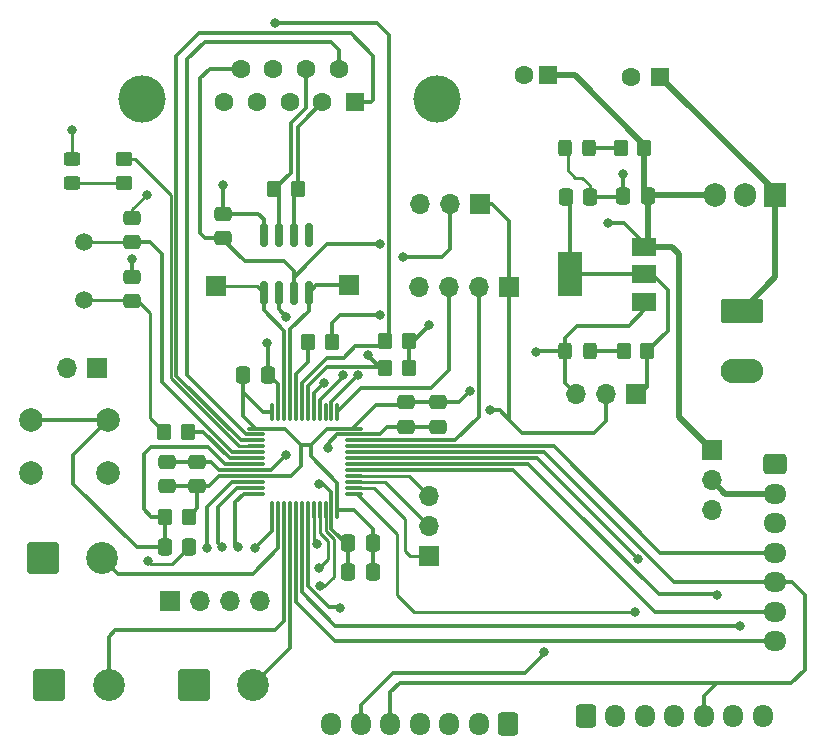
<source format=gbr>
%TF.GenerationSoftware,KiCad,Pcbnew,8.0.5*%
%TF.CreationDate,2024-10-29T23:06:17+07:00*%
%TF.ProjectId,inverter_vcu,696e7665-7274-4657-925f-7663752e6b69,rev?*%
%TF.SameCoordinates,Original*%
%TF.FileFunction,Copper,L1,Top*%
%TF.FilePolarity,Positive*%
%FSLAX46Y46*%
G04 Gerber Fmt 4.6, Leading zero omitted, Abs format (unit mm)*
G04 Created by KiCad (PCBNEW 8.0.5) date 2024-10-29 23:06:17*
%MOMM*%
%LPD*%
G01*
G04 APERTURE LIST*
G04 Aperture macros list*
%AMRoundRect*
0 Rectangle with rounded corners*
0 $1 Rounding radius*
0 $2 $3 $4 $5 $6 $7 $8 $9 X,Y pos of 4 corners*
0 Add a 4 corners polygon primitive as box body*
4,1,4,$2,$3,$4,$5,$6,$7,$8,$9,$2,$3,0*
0 Add four circle primitives for the rounded corners*
1,1,$1+$1,$2,$3*
1,1,$1+$1,$4,$5*
1,1,$1+$1,$6,$7*
1,1,$1+$1,$8,$9*
0 Add four rect primitives between the rounded corners*
20,1,$1+$1,$2,$3,$4,$5,0*
20,1,$1+$1,$4,$5,$6,$7,0*
20,1,$1+$1,$6,$7,$8,$9,0*
20,1,$1+$1,$8,$9,$2,$3,0*%
G04 Aperture macros list end*
%TA.AperFunction,SMDPad,CuDef*%
%ADD10RoundRect,0.250000X-0.350000X-0.450000X0.350000X-0.450000X0.350000X0.450000X-0.350000X0.450000X0*%
%TD*%
%TA.AperFunction,ComponentPad*%
%ADD11RoundRect,0.250000X-0.600000X-0.725000X0.600000X-0.725000X0.600000X0.725000X-0.600000X0.725000X0*%
%TD*%
%TA.AperFunction,ComponentPad*%
%ADD12O,1.700000X1.950000*%
%TD*%
%TA.AperFunction,ComponentPad*%
%ADD13R,1.700000X1.700000*%
%TD*%
%TA.AperFunction,ComponentPad*%
%ADD14O,1.700000X1.700000*%
%TD*%
%TA.AperFunction,SMDPad,CuDef*%
%ADD15RoundRect,0.250000X-0.475000X0.337500X-0.475000X-0.337500X0.475000X-0.337500X0.475000X0.337500X0*%
%TD*%
%TA.AperFunction,SMDPad,CuDef*%
%ADD16RoundRect,0.250000X-0.337500X-0.475000X0.337500X-0.475000X0.337500X0.475000X-0.337500X0.475000X0*%
%TD*%
%TA.AperFunction,ComponentPad*%
%ADD17RoundRect,0.250001X-1.099999X-1.099999X1.099999X-1.099999X1.099999X1.099999X-1.099999X1.099999X0*%
%TD*%
%TA.AperFunction,ComponentPad*%
%ADD18C,2.700000*%
%TD*%
%TA.AperFunction,SMDPad,CuDef*%
%ADD19RoundRect,0.250000X0.475000X-0.337500X0.475000X0.337500X-0.475000X0.337500X-0.475000X-0.337500X0*%
%TD*%
%TA.AperFunction,ComponentPad*%
%ADD20RoundRect,0.249999X-1.550001X0.790001X-1.550001X-0.790001X1.550001X-0.790001X1.550001X0.790001X0*%
%TD*%
%TA.AperFunction,ComponentPad*%
%ADD21O,3.600000X2.080000*%
%TD*%
%TA.AperFunction,SMDPad,CuDef*%
%ADD22RoundRect,0.250000X0.350000X0.450000X-0.350000X0.450000X-0.350000X-0.450000X0.350000X-0.450000X0*%
%TD*%
%TA.AperFunction,SMDPad,CuDef*%
%ADD23RoundRect,0.250000X0.450000X-0.350000X0.450000X0.350000X-0.450000X0.350000X-0.450000X-0.350000X0*%
%TD*%
%TA.AperFunction,SMDPad,CuDef*%
%ADD24RoundRect,0.075000X-0.662500X-0.075000X0.662500X-0.075000X0.662500X0.075000X-0.662500X0.075000X0*%
%TD*%
%TA.AperFunction,SMDPad,CuDef*%
%ADD25RoundRect,0.075000X-0.075000X-0.662500X0.075000X-0.662500X0.075000X0.662500X-0.075000X0.662500X0*%
%TD*%
%TA.AperFunction,SMDPad,CuDef*%
%ADD26RoundRect,0.250000X-0.325000X-0.450000X0.325000X-0.450000X0.325000X0.450000X-0.325000X0.450000X0*%
%TD*%
%TA.AperFunction,ComponentPad*%
%ADD27RoundRect,0.250000X-0.725000X0.600000X-0.725000X-0.600000X0.725000X-0.600000X0.725000X0.600000X0*%
%TD*%
%TA.AperFunction,ComponentPad*%
%ADD28O,1.950000X1.700000*%
%TD*%
%TA.AperFunction,SMDPad,CuDef*%
%ADD29RoundRect,0.150000X0.150000X-0.825000X0.150000X0.825000X-0.150000X0.825000X-0.150000X-0.825000X0*%
%TD*%
%TA.AperFunction,SMDPad,CuDef*%
%ADD30RoundRect,0.250000X-0.450000X0.325000X-0.450000X-0.325000X0.450000X-0.325000X0.450000X0.325000X0*%
%TD*%
%TA.AperFunction,ComponentPad*%
%ADD31C,4.000000*%
%TD*%
%TA.AperFunction,ComponentPad*%
%ADD32R,1.600000X1.600000*%
%TD*%
%TA.AperFunction,ComponentPad*%
%ADD33C,1.600000*%
%TD*%
%TA.AperFunction,SMDPad,CuDef*%
%ADD34RoundRect,0.250000X0.337500X0.475000X-0.337500X0.475000X-0.337500X-0.475000X0.337500X-0.475000X0*%
%TD*%
%TA.AperFunction,ComponentPad*%
%ADD35C,2.000000*%
%TD*%
%TA.AperFunction,ComponentPad*%
%ADD36C,1.500000*%
%TD*%
%TA.AperFunction,SMDPad,CuDef*%
%ADD37R,2.000000X1.500000*%
%TD*%
%TA.AperFunction,SMDPad,CuDef*%
%ADD38R,2.000000X3.800000*%
%TD*%
%TA.AperFunction,ComponentPad*%
%ADD39R,1.905000X2.000000*%
%TD*%
%TA.AperFunction,ComponentPad*%
%ADD40O,1.905000X2.000000*%
%TD*%
%TA.AperFunction,ComponentPad*%
%ADD41RoundRect,0.250000X0.600000X0.725000X-0.600000X0.725000X-0.600000X-0.725000X0.600000X-0.725000X0*%
%TD*%
%TA.AperFunction,ViaPad*%
%ADD42C,0.800000*%
%TD*%
%TA.AperFunction,Conductor*%
%ADD43C,0.300000*%
%TD*%
%TA.AperFunction,Conductor*%
%ADD44C,0.250000*%
%TD*%
%TA.AperFunction,Conductor*%
%ADD45C,0.500000*%
%TD*%
G04 APERTURE END LIST*
D10*
%TO.P,R3,1*%
%TO.N,/I2C_SDA*%
X147700000Y-92500000D03*
%TO.P,R3,2*%
%TO.N,+3.3V*%
X149700000Y-92500000D03*
%TD*%
D11*
%TO.P,J16,1,Pin_1*%
%TO.N,GND*%
X164675000Y-124300000D03*
D12*
%TO.P,J16,2,Pin_2*%
%TO.N,unconnected-(J16-Pad2)*%
X167175000Y-124300000D03*
%TO.P,J16,3,Pin_3*%
%TO.N,/fault1*%
X169675000Y-124300000D03*
%TO.P,J16,4,Pin_4*%
%TO.N,/rdy1*%
X172175000Y-124300000D03*
%TO.P,J16,5,Pin_5*%
%TO.N,/a11*%
X174675000Y-124300000D03*
%TO.P,J16,6,Pin_6*%
%TO.N,/a9*%
X177175000Y-124300000D03*
%TO.P,J16,7,Pin_7*%
%TO.N,/b0*%
X179675000Y-124300000D03*
%TD*%
D13*
%TO.P,J1,1,Pin_1*%
%TO.N,+3.3V*%
X155725000Y-80900000D03*
D14*
%TO.P,J1,2,Pin_2*%
%TO.N,Net-(J1-Pad2)*%
X153185000Y-80900000D03*
%TO.P,J1,3,Pin_3*%
%TO.N,GND*%
X150645000Y-80900000D03*
%TD*%
D15*
%TO.P,C8,1*%
%TO.N,+3.3V*%
X152200000Y-97737500D03*
%TO.P,C8,2*%
%TO.N,GND*%
X152200000Y-99812500D03*
%TD*%
D16*
%TO.P,C1,1*%
%TO.N,+3.3V*%
X135662500Y-95400000D03*
%TO.P,C1,2*%
%TO.N,GND*%
X137737500Y-95400000D03*
%TD*%
D13*
%TO.P,J8,1,Pin_1*%
%TO.N,+3.3V*%
X158200000Y-88000000D03*
D14*
%TO.P,J8,2,Pin_2*%
%TO.N,/SWDIO*%
X155660000Y-88000000D03*
%TO.P,J8,3,Pin_3*%
%TO.N,/SWCLK*%
X153120000Y-88000000D03*
%TO.P,J8,4,Pin_4*%
%TO.N,GND*%
X150580000Y-88000000D03*
%TD*%
D17*
%TO.P,J5,1,Pin_1*%
%TO.N,GND*%
X131522500Y-121625000D03*
D18*
%TO.P,J5,2,Pin_2*%
%TO.N,/adc3*%
X136522500Y-121625000D03*
%TD*%
D19*
%TO.P,C3,1*%
%TO.N,+3.3V*%
X131800000Y-104837500D03*
%TO.P,C3,2*%
%TO.N,GND*%
X131800000Y-102762500D03*
%TD*%
D15*
%TO.P,C4,1*%
%TO.N,+3.3V*%
X149500000Y-97737500D03*
%TO.P,C4,2*%
%TO.N,GND*%
X149500000Y-99812500D03*
%TD*%
D20*
%TO.P,J13,1,Pin_1*%
%TO.N,+BATT*%
X177877500Y-89960000D03*
D21*
%TO.P,J13,2,Pin_2*%
%TO.N,GND*%
X177877500Y-95040000D03*
%TD*%
D22*
%TO.P,R15,1*%
%TO.N,/OSC_OUT*%
X131000000Y-100200000D03*
%TO.P,R15,2*%
%TO.N,Net-(C9-Pad1)*%
X129000000Y-100200000D03*
%TD*%
%TO.P,R10,1*%
%TO.N,Net-(J1-Pad2)*%
X143200000Y-92600000D03*
%TO.P,R10,2*%
%TO.N,/BOOT0*%
X141200000Y-92600000D03*
%TD*%
D13*
%TO.P,J6,1,Pin_1*%
%TO.N,/CAN_Tx*%
X133400000Y-87900000D03*
%TD*%
D23*
%TO.P,R4,1*%
%TO.N,Net-(D1-Pad2)*%
X125550000Y-79150000D03*
%TO.P,R4,2*%
%TO.N,Net-(R4-Pad2)*%
X125550000Y-77150000D03*
%TD*%
D19*
%TO.P,C7,1*%
%TO.N,+3.3V*%
X129200000Y-104837500D03*
%TO.P,C7,2*%
%TO.N,GND*%
X129200000Y-102762500D03*
%TD*%
D24*
%TO.P,U1,1,VBAT*%
%TO.N,+3.3V*%
X136737500Y-99950000D03*
%TO.P,U1,2,PC13*%
%TO.N,/VCU_HBT*%
X136737500Y-100450000D03*
%TO.P,U1,3,PC14*%
%TO.N,/MVCU_HBT*%
X136737500Y-100950000D03*
%TO.P,U1,4,PC15*%
%TO.N,Net-(R4-Pad2)*%
X136737500Y-101450000D03*
%TO.P,U1,5,PD0*%
%TO.N,/OSC_IN*%
X136737500Y-101950000D03*
%TO.P,U1,6,PD1*%
%TO.N,/OSC_OUT*%
X136737500Y-102450000D03*
%TO.P,U1,7,NRST*%
%TO.N,/RESET*%
X136737500Y-102950000D03*
%TO.P,U1,8,VSSA*%
%TO.N,GND*%
X136737500Y-103450000D03*
%TO.P,U1,9,VDDA*%
%TO.N,+3.3V*%
X136737500Y-103950000D03*
%TO.P,U1,10,PA0*%
%TO.N,/pwm_a0*%
X136737500Y-104450000D03*
%TO.P,U1,11,PA1*%
%TO.N,/pwm_a1*%
X136737500Y-104950000D03*
%TO.P,U1,12,PA2*%
%TO.N,/pmw_a2*%
X136737500Y-105450000D03*
D25*
%TO.P,U1,13,PA3*%
%TO.N,/pwm_a3*%
X138150000Y-106862500D03*
%TO.P,U1,14,PA4*%
%TO.N,/adc1*%
X138650000Y-106862500D03*
%TO.P,U1,15,PA5*%
%TO.N,/adc2*%
X139150000Y-106862500D03*
%TO.P,U1,16,PA6*%
%TO.N,/adc3*%
X139650000Y-106862500D03*
%TO.P,U1,17,PA7*%
%TO.N,/a7*%
X140150000Y-106862500D03*
%TO.P,U1,18,PB0*%
%TO.N,/b0*%
X140650000Y-106862500D03*
%TO.P,U1,19,PB1*%
%TO.N,/b1*%
X141150000Y-106862500D03*
%TO.P,U1,20,PB2*%
%TO.N,/rdy2*%
X141650000Y-106862500D03*
%TO.P,U1,21,PB10*%
%TO.N,/uart3_tx*%
X142150000Y-106862500D03*
%TO.P,U1,22,PB11*%
%TO.N,/uart3_rx*%
X142650000Y-106862500D03*
%TO.P,U1,23,VSS*%
%TO.N,GND*%
X143150000Y-106862500D03*
%TO.P,U1,24,VDD*%
%TO.N,+3.3V*%
X143650000Y-106862500D03*
D24*
%TO.P,U1,25,PB12*%
%TO.N,/rdy1*%
X145062500Y-105450000D03*
%TO.P,U1,26,PB13*%
%TO.N,/sck*%
X145062500Y-104950000D03*
%TO.P,U1,27,PB14*%
%TO.N,/miso*%
X145062500Y-104450000D03*
%TO.P,U1,28,PB15*%
%TO.N,/mosi*%
X145062500Y-103950000D03*
%TO.P,U1,29,PA8*%
%TO.N,/a8*%
X145062500Y-103450000D03*
%TO.P,U1,30,PA9*%
%TO.N,/a9*%
X145062500Y-102950000D03*
%TO.P,U1,31,PA10*%
%TO.N,/a10*%
X145062500Y-102450000D03*
%TO.P,U1,32,PA11*%
%TO.N,/a11*%
X145062500Y-101950000D03*
%TO.P,U1,33,PA12*%
%TO.N,/a12*%
X145062500Y-101450000D03*
%TO.P,U1,34,PA13*%
%TO.N,/SWDIO*%
X145062500Y-100950000D03*
%TO.P,U1,35,VSS*%
%TO.N,GND*%
X145062500Y-100450000D03*
%TO.P,U1,36,VDD*%
%TO.N,+3.3V*%
X145062500Y-99950000D03*
D25*
%TO.P,U1,37,PA14*%
%TO.N,/SWCLK*%
X143650000Y-98537500D03*
%TO.P,U1,38,PA15*%
%TO.N,/a15*%
X143150000Y-98537500D03*
%TO.P,U1,39,PB3*%
%TO.N,/swo*%
X142650000Y-98537500D03*
%TO.P,U1,40,PB4*%
%TO.N,/fault1*%
X142150000Y-98537500D03*
%TO.P,U1,41,PB5*%
%TO.N,/fault2*%
X141650000Y-98537500D03*
%TO.P,U1,42,PB6*%
%TO.N,/I2C_SCL*%
X141150000Y-98537500D03*
%TO.P,U1,43,PB7*%
%TO.N,/I2C_SDA*%
X140650000Y-98537500D03*
%TO.P,U1,44,BOOT0*%
%TO.N,/BOOT0*%
X140150000Y-98537500D03*
%TO.P,U1,45,PB8*%
%TO.N,/CAN_Rx*%
X139650000Y-98537500D03*
%TO.P,U1,46,PB9*%
%TO.N,/CAN_Tx*%
X139150000Y-98537500D03*
%TO.P,U1,47,VSS*%
%TO.N,GND*%
X138650000Y-98537500D03*
%TO.P,U1,48,VDD*%
%TO.N,+3.3V*%
X138150000Y-98537500D03*
%TD*%
D13*
%TO.P,J7,1,Pin_1*%
%TO.N,/CAN_Rx*%
X144600000Y-87800000D03*
%TD*%
D10*
%TO.P,R16,1*%
%TO.N,/CAN_H+*%
X138300000Y-79700000D03*
%TO.P,R16,2*%
%TO.N,/CAN_L-*%
X140300000Y-79700000D03*
%TD*%
D26*
%TO.P,5V,1,K*%
%TO.N,GND*%
X162900000Y-76175000D03*
%TO.P,5V,2,A*%
%TO.N,Net-(D5-Pad2)*%
X164950000Y-76175000D03*
%TD*%
D10*
%TO.P,R17,1*%
%TO.N,Net-(D5-Pad2)*%
X167650000Y-76175000D03*
%TO.P,R17,2*%
%TO.N,+5V*%
X169650000Y-76175000D03*
%TD*%
D22*
%TO.P,R1,1*%
%TO.N,+3.3V*%
X131050000Y-107400000D03*
%TO.P,R1,2*%
%TO.N,/RESET*%
X129050000Y-107400000D03*
%TD*%
D13*
%TO.P,J10,1,Pin_1*%
%TO.N,/uart3_tx*%
X123325000Y-94800000D03*
D14*
%TO.P,J10,2,Pin_2*%
%TO.N,/uart3_rx*%
X120785000Y-94800000D03*
%TD*%
D10*
%TO.P,R2,1*%
%TO.N,/I2C_SCL*%
X147700000Y-94800000D03*
%TO.P,R2,2*%
%TO.N,+3.3V*%
X149700000Y-94800000D03*
%TD*%
D17*
%TO.P,J3,1,Pin_1*%
%TO.N,GND*%
X118725000Y-110925000D03*
D18*
%TO.P,J3,2,Pin_2*%
%TO.N,/adc1*%
X123725000Y-110925000D03*
%TD*%
D27*
%TO.P,J15,1,Pin_1*%
%TO.N,GND*%
X180725000Y-102950000D03*
D28*
%TO.P,J15,2,Pin_2*%
%TO.N,Net-(J15-Pad2)*%
X180725000Y-105450000D03*
%TO.P,J15,3,Pin_3*%
%TO.N,/a15*%
X180725000Y-107950000D03*
%TO.P,J15,4,Pin_4*%
%TO.N,/a12*%
X180725000Y-110450000D03*
%TO.P,J15,5,Pin_5*%
%TO.N,/a11*%
X180725000Y-112950000D03*
%TO.P,J15,6,Pin_6*%
%TO.N,/a8*%
X180725000Y-115450000D03*
%TO.P,J15,7,Pin_7*%
%TO.N,/a7*%
X180725000Y-117950000D03*
%TD*%
D29*
%TO.P,U2,1,TXD*%
%TO.N,/CAN_Tx*%
X137395000Y-88475000D03*
%TO.P,U2,2,VSS*%
%TO.N,GND*%
X138665000Y-88475000D03*
%TO.P,U2,3,VDD*%
%TO.N,+5V*%
X139935000Y-88475000D03*
%TO.P,U2,4,RXD*%
%TO.N,/CAN_Rx*%
X141205000Y-88475000D03*
%TO.P,U2,5,Vref*%
%TO.N,unconnected-(U2-Pad5)*%
X141205000Y-83525000D03*
%TO.P,U2,6,CANL*%
%TO.N,/CAN_L-*%
X139935000Y-83525000D03*
%TO.P,U2,7,CANH*%
%TO.N,/CAN_H+*%
X138665000Y-83525000D03*
%TO.P,U2,8,Rs*%
%TO.N,GND*%
X137395000Y-83525000D03*
%TD*%
D10*
%TO.P,R18,1*%
%TO.N,Net-(D6-Pad2)*%
X167900000Y-93400000D03*
%TO.P,R18,2*%
%TO.N,Net-(C14-Pad1)*%
X169900000Y-93400000D03*
%TD*%
D13*
%TO.P,J11,1,Pin_1*%
%TO.N,/pwm_a0*%
X129450000Y-114575000D03*
D14*
%TO.P,J11,2,Pin_2*%
%TO.N,/pwm_a1*%
X131990000Y-114575000D03*
%TO.P,J11,3,Pin_3*%
%TO.N,/pmw_a2*%
X134530000Y-114575000D03*
%TO.P,J11,4,Pin_4*%
%TO.N,/pwm_a3*%
X137070000Y-114575000D03*
%TD*%
D17*
%TO.P,J4,1,Pin_1*%
%TO.N,GND*%
X119275000Y-121625000D03*
D18*
%TO.P,J4,2,Pin_2*%
%TO.N,/adc2*%
X124275000Y-121625000D03*
%TD*%
D30*
%TO.P,D1,1,K*%
%TO.N,GND*%
X121150000Y-77125000D03*
%TO.P,D1,2,A*%
%TO.N,Net-(D1-Pad2)*%
X121150000Y-79175000D03*
%TD*%
D31*
%TO.P,J12,0,PAD*%
%TO.N,GND*%
X152110000Y-72005331D03*
X127110000Y-72005331D03*
D32*
%TO.P,J12,1,1*%
%TO.N,/MVCU_HBT*%
X145150000Y-72305331D03*
D33*
%TO.P,J12,2,2*%
%TO.N,/CAN_L-*%
X142380000Y-72305331D03*
%TO.P,J12,3,3*%
%TO.N,GND*%
X139610000Y-72305331D03*
%TO.P,J12,4,4*%
%TO.N,/I2C_SCL*%
X136840000Y-72305331D03*
%TO.P,J12,5,5*%
%TO.N,GND*%
X134070000Y-72305331D03*
%TO.P,J12,6,6*%
%TO.N,/VCU_HBT*%
X143765000Y-69465331D03*
%TO.P,J12,7,7*%
%TO.N,/CAN_H+*%
X140995000Y-69465331D03*
%TO.P,J12,8,8*%
%TO.N,/I2C_SDA*%
X138225000Y-69465331D03*
%TO.P,J12,9,9*%
%TO.N,+5V*%
X135455000Y-69465331D03*
%TD*%
D34*
%TO.P,C13,1*%
%TO.N,+5V*%
X169937500Y-80300000D03*
%TO.P,C13,2*%
%TO.N,GND*%
X167862500Y-80300000D03*
%TD*%
D15*
%TO.P,C10,1*%
%TO.N,GND*%
X126275000Y-82100000D03*
%TO.P,C10,2*%
%TO.N,/OSC_IN*%
X126275000Y-84175000D03*
%TD*%
D19*
%TO.P,C9,1*%
%TO.N,Net-(C9-Pad1)*%
X126275000Y-89175000D03*
%TO.P,C9,2*%
%TO.N,GND*%
X126275000Y-87100000D03*
%TD*%
D13*
%TO.P,J14,1,Pin_1*%
%TO.N,Net-(C14-Pad1)*%
X168900000Y-97000000D03*
D14*
%TO.P,J14,2,Pin_2*%
%TO.N,+3.3V*%
X166360000Y-97000000D03*
%TO.P,J14,3,Pin_3*%
%TO.N,GND*%
X163820000Y-97000000D03*
%TD*%
D32*
%TO.P,C12,1*%
%TO.N,+BATT*%
X170975000Y-70150000D03*
D33*
%TO.P,C12,2*%
%TO.N,GND*%
X168475000Y-70150000D03*
%TD*%
D26*
%TO.P,3v3,1,K*%
%TO.N,GND*%
X162952500Y-93360000D03*
%TO.P,3v3,2,A*%
%TO.N,Net-(D6-Pad2)*%
X165002500Y-93360000D03*
%TD*%
D35*
%TO.P,SW1,1,1*%
%TO.N,GND*%
X124250000Y-103700000D03*
X117750000Y-103700000D03*
%TO.P,SW1,2,2*%
%TO.N,/RESET*%
X124250000Y-99200000D03*
X117750000Y-99200000D03*
%TD*%
D16*
%TO.P,C2,1*%
%TO.N,/RESET*%
X129012500Y-110000000D03*
%TO.P,C2,2*%
%TO.N,GND*%
X131087500Y-110000000D03*
%TD*%
D32*
%TO.P,C15,1*%
%TO.N,+5V*%
X161480113Y-70025000D03*
D33*
%TO.P,C15,2*%
%TO.N,GND*%
X159480113Y-70025000D03*
%TD*%
D15*
%TO.P,C11,1*%
%TO.N,GND*%
X134000000Y-81762500D03*
%TO.P,C11,2*%
%TO.N,+5V*%
X134000000Y-83837500D03*
%TD*%
D36*
%TO.P,Y1,1,1*%
%TO.N,Net-(C9-Pad1)*%
X122175000Y-89037500D03*
%TO.P,Y1,2,2*%
%TO.N,/OSC_IN*%
X122175000Y-84157500D03*
%TD*%
D37*
%TO.P,U4,1,GND*%
%TO.N,GND*%
X169650000Y-89200000D03*
%TO.P,U4,2,VO*%
%TO.N,Net-(C14-Pad1)*%
X169650000Y-86900000D03*
D38*
X163350000Y-86900000D03*
D37*
%TO.P,U4,3,VI*%
%TO.N,+5V*%
X169650000Y-84600000D03*
%TD*%
D34*
%TO.P,C5,1*%
%TO.N,+3.3V*%
X146650000Y-109600000D03*
%TO.P,C5,2*%
%TO.N,GND*%
X144575000Y-109600000D03*
%TD*%
D13*
%TO.P,J9,1,Pin_1*%
%TO.N,/sck*%
X151400000Y-110725000D03*
D14*
%TO.P,J9,2,Pin_2*%
%TO.N,/miso*%
X151400000Y-108185000D03*
%TO.P,J9,3,Pin_3*%
%TO.N,/mosi*%
X151400000Y-105645000D03*
%TD*%
D39*
%TO.P,U3,1,VI*%
%TO.N,+BATT*%
X180700000Y-80200000D03*
D40*
%TO.P,U3,2,GND*%
%TO.N,GND*%
X178160000Y-80200000D03*
%TO.P,U3,3,VO*%
%TO.N,+5V*%
X175620000Y-80200000D03*
%TD*%
D41*
%TO.P,J2,1,Pin_1*%
%TO.N,GND*%
X158125000Y-124925000D03*
D12*
%TO.P,J2,2,Pin_2*%
%TO.N,unconnected-(J2-Pad2)*%
X155625000Y-124925000D03*
%TO.P,J2,3,Pin_3*%
%TO.N,/fault2*%
X153125000Y-124925000D03*
%TO.P,J2,4,Pin_4*%
%TO.N,/rdy2*%
X150625000Y-124925000D03*
%TO.P,J2,5,Pin_5*%
%TO.N,/a11*%
X148125000Y-124925000D03*
%TO.P,J2,6,Pin_6*%
%TO.N,/a10*%
X145625000Y-124925000D03*
%TO.P,J2,7,Pin_7*%
%TO.N,/b1*%
X143125000Y-124925000D03*
%TD*%
D34*
%TO.P,C6,1*%
%TO.N,+3.3V*%
X146650000Y-112100000D03*
%TO.P,C6,2*%
%TO.N,GND*%
X144575000Y-112100000D03*
%TD*%
D16*
%TO.P,C14,1*%
%TO.N,Net-(C14-Pad1)*%
X162985000Y-80340000D03*
%TO.P,C14,2*%
%TO.N,GND*%
X165060000Y-80340000D03*
%TD*%
D13*
%TO.P,J17,1,Pin_1*%
%TO.N,+5V*%
X175325000Y-101725000D03*
D14*
%TO.P,J17,2,Pin_2*%
%TO.N,Net-(J15-Pad2)*%
X175325000Y-104265000D03*
%TO.P,J17,3,Pin_3*%
%TO.N,unconnected-(J17-Pad3)*%
X175325000Y-106805000D03*
%TD*%
D42*
%TO.N,+3.3V*%
X154900000Y-96749500D03*
X156550500Y-98400000D03*
X151400000Y-91200000D03*
%TO.N,GND*%
X160500000Y-93500000D03*
X142879977Y-101579977D03*
X121150000Y-74650000D03*
X139300000Y-90500000D03*
X126225000Y-85625000D03*
X137700000Y-92700000D03*
X127625000Y-111175000D03*
X139300000Y-102200000D03*
X142070023Y-104629977D03*
X167800000Y-78400000D03*
X134000000Y-79300000D03*
X127500000Y-80150000D03*
%TO.N,+5V*%
X166600000Y-82525000D03*
X147249500Y-84300000D03*
%TO.N,Net-(J1-Pad2)*%
X147250500Y-90300000D03*
X149200000Y-85400000D03*
%TO.N,/a15*%
X145400000Y-95449500D03*
%TO.N,/a9*%
X175800000Y-114025000D03*
%TO.N,/b0*%
X177724500Y-116625000D03*
%TO.N,/a10*%
X161125000Y-118850000D03*
X169100000Y-110975000D03*
%TO.N,/b1*%
X143900000Y-115150000D03*
%TO.N,/pwm_a0*%
X132600000Y-110100000D03*
%TO.N,/pwm_a1*%
X133900000Y-110000000D03*
%TO.N,/pmw_a2*%
X135200000Y-110000000D03*
%TO.N,/pwm_a3*%
X136700000Y-110100000D03*
%TO.N,/I2C_SCL*%
X146250000Y-93750000D03*
%TO.N,/I2C_SDA*%
X138400000Y-65600000D03*
%TO.N,/uart3_tx*%
X142100000Y-111775000D03*
%TO.N,/uart3_rx*%
X142204977Y-113245023D03*
%TO.N,/fault2*%
X142500000Y-96100000D03*
%TO.N,/rdy2*%
X141925000Y-109750000D03*
%TO.N,/fault1*%
X144100000Y-95449500D03*
%TO.N,/rdy1*%
X168850000Y-115500000D03*
%TD*%
D43*
%TO.N,+3.3V*%
X132762500Y-104837500D02*
X133650000Y-103950000D01*
X140600000Y-103100000D02*
X140600000Y-101300000D01*
X145062500Y-99837500D02*
X146937500Y-97962500D01*
X139250000Y-99950000D02*
X136737500Y-99950000D01*
X131800000Y-104837500D02*
X132762500Y-104837500D01*
X143650000Y-106862500D02*
X145062500Y-106862500D01*
X159300000Y-100300000D02*
X158200000Y-99200000D01*
X155725000Y-80900000D02*
X156700000Y-80900000D01*
X141400000Y-101300000D02*
X141400000Y-102200000D01*
X136737500Y-99950000D02*
X135662500Y-98875000D01*
X140600000Y-101300000D02*
X141400000Y-101300000D01*
X141400000Y-101500000D02*
X141400000Y-102300000D01*
X131800000Y-104837500D02*
X131800000Y-106650000D01*
X150100000Y-92500000D02*
X151400000Y-91200000D01*
X140600000Y-101300000D02*
X139250000Y-99950000D01*
X166360000Y-99340000D02*
X165400000Y-100300000D01*
X135662500Y-96862500D02*
X135662500Y-95400000D01*
X156700000Y-80900000D02*
X158200000Y-82400000D01*
X149700000Y-92500000D02*
X150100000Y-92500000D01*
X141400000Y-102300000D02*
X143650000Y-104550000D01*
X146650000Y-109600000D02*
X146650000Y-112100000D01*
X153912000Y-97737500D02*
X152200000Y-97737500D01*
X133650000Y-103950000D02*
X136737500Y-103950000D01*
X165400000Y-100300000D02*
X159300000Y-100300000D01*
X166360000Y-97000000D02*
X166360000Y-99340000D01*
X158200000Y-82400000D02*
X158200000Y-88000000D01*
X139750000Y-103950000D02*
X140600000Y-103100000D01*
X158200000Y-99200000D02*
X158200000Y-88000000D01*
X135662500Y-98875000D02*
X135662500Y-95400000D01*
X158200000Y-99200000D02*
X157400000Y-98400000D01*
X149500000Y-97737500D02*
X152200000Y-97737500D01*
X145062500Y-106862500D02*
X146650000Y-108450000D01*
X146937500Y-97962500D02*
X149500000Y-97962500D01*
X149700000Y-92500000D02*
X149700000Y-94800000D01*
X131800000Y-106650000D02*
X131050000Y-107400000D01*
X142750000Y-99950000D02*
X141400000Y-101300000D01*
X145062500Y-99950000D02*
X142750000Y-99950000D01*
X146650000Y-108450000D02*
X146650000Y-109600000D01*
X129200000Y-104837500D02*
X131800000Y-104837500D01*
X143650000Y-104550000D02*
X143650000Y-106862500D01*
X136737500Y-103950000D02*
X139750000Y-103950000D01*
X137337500Y-98537500D02*
X135662500Y-96862500D01*
X154900000Y-96749500D02*
X153912000Y-97737500D01*
X145062500Y-99950000D02*
X145062500Y-99837500D01*
X138150000Y-98537500D02*
X137337500Y-98537500D01*
X157400000Y-98400000D02*
X156550500Y-98400000D01*
%TO.N,GND*%
X134000000Y-81762500D02*
X134000000Y-79300000D01*
X165060000Y-80340000D02*
X167822500Y-80340000D01*
X138650000Y-96150000D02*
X138650000Y-98537500D01*
X167862500Y-78462500D02*
X167800000Y-78400000D01*
X142879977Y-101227129D02*
X142879977Y-101579977D01*
X134000000Y-81762500D02*
X136962500Y-81762500D01*
X145062500Y-100450000D02*
X143657106Y-100450000D01*
X169650000Y-89950000D02*
X169650000Y-89200000D01*
X138050000Y-103450000D02*
X139300000Y-102200000D01*
D44*
X163800000Y-78700000D02*
X164400000Y-78700000D01*
D43*
X147250000Y-100450000D02*
X147887500Y-99812500D01*
D44*
X126275000Y-81375000D02*
X127500000Y-80150000D01*
D43*
X137737500Y-92737500D02*
X137700000Y-92700000D01*
X163820000Y-97000000D02*
X162952500Y-96132500D01*
D44*
X129662500Y-111425000D02*
X131087500Y-110000000D01*
D43*
X143150000Y-108450000D02*
X143725000Y-109025000D01*
X138665000Y-89865000D02*
X139300000Y-90500000D01*
X167862500Y-80300000D02*
X167862500Y-78462500D01*
X143150000Y-106862500D02*
X143150000Y-105350000D01*
X145062500Y-100450000D02*
X147250000Y-100450000D01*
D44*
X121150000Y-74650000D02*
X121150000Y-77125000D01*
D43*
X133650000Y-103450000D02*
X136737500Y-103450000D01*
X167822500Y-80340000D02*
X167862500Y-80300000D01*
X168300000Y-91300000D02*
X169650000Y-89950000D01*
D44*
X163150000Y-78050000D02*
X163800000Y-78700000D01*
D43*
X137737500Y-95400000D02*
X137737500Y-92737500D01*
X160640000Y-93360000D02*
X160500000Y-93500000D01*
X143150000Y-106862500D02*
X143150000Y-108450000D01*
X143150000Y-105350000D02*
X142429977Y-104629977D01*
D44*
X126275000Y-82100000D02*
X126275000Y-81375000D01*
D43*
X149500000Y-99812500D02*
X152200000Y-99812500D01*
D44*
X164400000Y-78700000D02*
X165060000Y-79360000D01*
D43*
X163900000Y-91300000D02*
X168300000Y-91300000D01*
X126275000Y-85675000D02*
X126225000Y-85625000D01*
X143657106Y-100450000D02*
X142879977Y-101227129D01*
X144575000Y-109600000D02*
X144575000Y-112100000D01*
X143662500Y-108950000D02*
X144312500Y-109600000D01*
X147887500Y-99812500D02*
X149500000Y-99812500D01*
X126275000Y-87100000D02*
X126275000Y-85675000D01*
D44*
X127625000Y-111175000D02*
X127875000Y-111425000D01*
X165060000Y-79360000D02*
X165060000Y-80340000D01*
D43*
X136962500Y-81762500D02*
X137395000Y-82195000D01*
X131800000Y-102762500D02*
X132962500Y-102762500D01*
X137900000Y-95400000D02*
X138650000Y-96150000D01*
X162952500Y-93360000D02*
X160640000Y-93360000D01*
D44*
X127875000Y-111425000D02*
X129662500Y-111425000D01*
D43*
X144312500Y-109600000D02*
X144575000Y-109600000D01*
X132962500Y-102762500D02*
X133650000Y-103450000D01*
X138665000Y-88475000D02*
X138665000Y-89865000D01*
X162952500Y-92247500D02*
X163900000Y-91300000D01*
X162952500Y-96132500D02*
X162952500Y-93360000D01*
X142429977Y-104629977D02*
X142070023Y-104629977D01*
X136737500Y-103450000D02*
X138050000Y-103450000D01*
X162952500Y-93360000D02*
X162952500Y-92247500D01*
X137395000Y-82195000D02*
X137395000Y-83525000D01*
X129200000Y-102762500D02*
X131800000Y-102762500D01*
D44*
X163150000Y-76200000D02*
X163150000Y-78050000D01*
D43*
X137737500Y-95400000D02*
X137900000Y-95400000D01*
%TO.N,/RESET*%
X127300000Y-106800000D02*
X127900000Y-107400000D01*
X127900000Y-101500000D02*
X127300000Y-102100000D01*
X129012500Y-110000000D02*
X126675000Y-110000000D01*
X121300000Y-104625000D02*
X121300000Y-102150000D01*
X121300000Y-102150000D02*
X124250000Y-99200000D01*
X117750000Y-99200000D02*
X124250000Y-99200000D01*
X136737500Y-102950000D02*
X134150000Y-102950000D01*
X126675000Y-110000000D02*
X121300000Y-104625000D01*
X129012500Y-110000000D02*
X129012500Y-107437500D01*
X132700000Y-101500000D02*
X127900000Y-101500000D01*
X127900000Y-107400000D02*
X129050000Y-107400000D01*
X129012500Y-107437500D02*
X129050000Y-107400000D01*
X127300000Y-102100000D02*
X127300000Y-106800000D01*
X134150000Y-102950000D02*
X132700000Y-101500000D01*
D44*
%TO.N,Net-(C9-Pad1)*%
X127825000Y-99025000D02*
X127825000Y-90200000D01*
X121875000Y-89037500D02*
X126137500Y-89037500D01*
X129000000Y-100200000D02*
X127825000Y-99025000D01*
X126137500Y-89037500D02*
X126275000Y-89175000D01*
X127825000Y-90200000D02*
X126800000Y-89175000D01*
X126800000Y-89175000D02*
X126275000Y-89175000D01*
D43*
%TO.N,/OSC_IN*%
X127775000Y-84175000D02*
X126275000Y-84175000D01*
X132500000Y-99700000D02*
X128775000Y-95975000D01*
X134757106Y-101950000D02*
X132507106Y-99700000D01*
X132507106Y-99700000D02*
X132500000Y-99700000D01*
D44*
X126257500Y-84157500D02*
X126275000Y-84175000D01*
D43*
X128775000Y-95975000D02*
X128775000Y-85175000D01*
X128775000Y-85175000D02*
X127775000Y-84175000D01*
X136737500Y-101950000D02*
X134757106Y-101950000D01*
D44*
X121875000Y-84157500D02*
X126257500Y-84157500D01*
D43*
%TO.N,+5V*%
X134000000Y-84000000D02*
X135800000Y-85800000D01*
D45*
X172550000Y-98950000D02*
X172550000Y-85150000D01*
X169650000Y-76150000D02*
X169650000Y-76175000D01*
X172000000Y-84600000D02*
X169650000Y-84600000D01*
D43*
X132834669Y-69465331D02*
X132000000Y-70300000D01*
X132437500Y-83837500D02*
X134000000Y-83837500D01*
X134000000Y-83837500D02*
X134000000Y-84000000D01*
X167925000Y-82525000D02*
X166600000Y-82525000D01*
X132000000Y-70300000D02*
X132000000Y-83400000D01*
D45*
X170037500Y-80200000D02*
X175620000Y-80200000D01*
D43*
X139935000Y-88475000D02*
X139935000Y-87165000D01*
D45*
X172550000Y-85150000D02*
X172000000Y-84600000D01*
X169650000Y-75925000D02*
X169650000Y-76175000D01*
D43*
X139935000Y-86635000D02*
X139935000Y-88475000D01*
D45*
X161480113Y-70025000D02*
X163750000Y-70025000D01*
X169937500Y-80300000D02*
X170037500Y-80200000D01*
D43*
X135800000Y-85800000D02*
X139100000Y-85800000D01*
X132000000Y-83400000D02*
X132437500Y-83837500D01*
X139935000Y-87165000D02*
X141200000Y-85900000D01*
X142800000Y-84300000D02*
X147249500Y-84300000D01*
D45*
X169937500Y-84312500D02*
X169650000Y-84600000D01*
X169650000Y-80012500D02*
X169937500Y-80300000D01*
X175325000Y-101725000D02*
X172550000Y-98950000D01*
X169937500Y-80300000D02*
X169937500Y-84312500D01*
D43*
X139100000Y-85800000D02*
X139935000Y-86635000D01*
X141200000Y-85900000D02*
X142800000Y-84300000D01*
X135455000Y-69465331D02*
X132834669Y-69465331D01*
D45*
X163750000Y-70025000D02*
X169650000Y-75925000D01*
D43*
X169650000Y-84600000D02*
X169650000Y-84250000D01*
X169650000Y-84250000D02*
X167925000Y-82525000D01*
D45*
X169650000Y-76175000D02*
X169650000Y-80012500D01*
%TO.N,+BATT*%
X180700000Y-87137500D02*
X180700000Y-80200000D01*
X180700000Y-79875000D02*
X180700000Y-80200000D01*
X177877500Y-89960000D02*
X180700000Y-87137500D01*
X170975000Y-70150000D02*
X180700000Y-79875000D01*
D43*
%TO.N,Net-(C14-Pad1)*%
X169900000Y-93400000D02*
X171600000Y-91700000D01*
X163350000Y-86900000D02*
X163350000Y-80705000D01*
X169900000Y-93400000D02*
X169900000Y-96400000D01*
X169900000Y-96400000D02*
X169300000Y-97000000D01*
X163350000Y-80705000D02*
X162985000Y-80340000D01*
X171600000Y-91700000D02*
X171600000Y-88200000D01*
X169300000Y-97000000D02*
X168900000Y-97000000D01*
X170300000Y-86900000D02*
X169650000Y-86900000D01*
X163350000Y-86900000D02*
X169650000Y-86900000D01*
X171600000Y-88200000D02*
X170300000Y-86900000D01*
D44*
%TO.N,Net-(D1-Pad2)*%
X121150000Y-79175000D02*
X125525000Y-79175000D01*
X125525000Y-79175000D02*
X125550000Y-79150000D01*
D43*
%TO.N,Net-(D5-Pad2)*%
X164950000Y-76175000D02*
X167650000Y-76175000D01*
%TO.N,Net-(D6-Pad2)*%
X165002500Y-93360000D02*
X167860000Y-93360000D01*
X167860000Y-93360000D02*
X167900000Y-93400000D01*
%TO.N,Net-(J1-Pad2)*%
X143200000Y-91000000D02*
X143200000Y-92600000D01*
X153185000Y-80900000D02*
X153185000Y-84715000D01*
X153185000Y-84715000D02*
X153000000Y-84900000D01*
X152500000Y-85400000D02*
X149200000Y-85400000D01*
X143900000Y-90300000D02*
X143200000Y-91000000D01*
X153000000Y-84900000D02*
X152500000Y-85400000D01*
X147250500Y-90300000D02*
X143900000Y-90300000D01*
%TO.N,/a15*%
X143150000Y-97699500D02*
X143150000Y-98537500D01*
X145400000Y-95449500D02*
X143150000Y-97699500D01*
%TO.N,/a12*%
X161950000Y-101450000D02*
X170950000Y-110450000D01*
X145062500Y-101450000D02*
X161950000Y-101450000D01*
X170950000Y-110450000D02*
X180725000Y-110450000D01*
%TO.N,/a11*%
X182100000Y-112950000D02*
X183200000Y-114050000D01*
X148125000Y-122275000D02*
X148125000Y-124925000D01*
X175825000Y-121475000D02*
X174675000Y-122625000D01*
X175825000Y-121475000D02*
X148925000Y-121475000D01*
X174675000Y-122625000D02*
X174675000Y-124300000D01*
X148925000Y-121475000D02*
X148125000Y-122275000D01*
X172150000Y-112950000D02*
X180725000Y-112950000D01*
X180725000Y-112950000D02*
X182100000Y-112950000D01*
X161150000Y-101950000D02*
X172150000Y-112950000D01*
X145062500Y-101950000D02*
X161150000Y-101950000D01*
X176275000Y-121475000D02*
X175825000Y-121475000D01*
X183200000Y-114050000D02*
X183200000Y-120350000D01*
X182075000Y-121475000D02*
X176275000Y-121475000D01*
X183200000Y-120350000D02*
X182075000Y-121475000D01*
%TO.N,/a8*%
X170550000Y-115450000D02*
X180725000Y-115450000D01*
X145062500Y-103450000D02*
X158550000Y-103450000D01*
X158550000Y-103450000D02*
X170550000Y-115450000D01*
%TO.N,/a9*%
X175750000Y-113975000D02*
X175800000Y-114025000D01*
X159797152Y-102950000D02*
X162973576Y-106126424D01*
X162973576Y-106126424D02*
X163026424Y-106126424D01*
X163026424Y-106126424D02*
X170875000Y-113975000D01*
X170875000Y-113975000D02*
X175750000Y-113975000D01*
X145062500Y-102950000D02*
X159797152Y-102950000D01*
%TO.N,/b0*%
X140650000Y-113825000D02*
X140650000Y-106862500D01*
X177724500Y-116625000D02*
X143450000Y-116625000D01*
X143450000Y-116625000D02*
X140650000Y-113825000D01*
%TO.N,/a10*%
X161125000Y-119025000D02*
X159525000Y-120625000D01*
X160575000Y-102450000D02*
X145062500Y-102450000D01*
X160575000Y-102450000D02*
X169100000Y-110975000D01*
X148375000Y-120625000D02*
X145625000Y-123375000D01*
X145625000Y-123375000D02*
X145625000Y-124925000D01*
X159525000Y-120625000D02*
X148375000Y-120625000D01*
X161125000Y-118850000D02*
X161125000Y-119025000D01*
%TO.N,/b1*%
X141150000Y-113250000D02*
X141150000Y-106862500D01*
X142975000Y-115075000D02*
X141150000Y-113250000D01*
X143825000Y-115075000D02*
X143900000Y-115150000D01*
X143325000Y-115075000D02*
X142975000Y-115075000D01*
X143325000Y-115075000D02*
X143825000Y-115075000D01*
%TO.N,/adc1*%
X136475000Y-112250000D02*
X125050000Y-112250000D01*
X125050000Y-112250000D02*
X123725000Y-110925000D01*
X138650000Y-110075000D02*
X136475000Y-112250000D01*
X138650000Y-106862500D02*
X138650000Y-110075000D01*
%TO.N,/adc2*%
X124850000Y-117000000D02*
X124275000Y-117575000D01*
X124275000Y-117575000D02*
X124275000Y-121625000D01*
X139150000Y-106862500D02*
X139150000Y-116225000D01*
X138375000Y-117000000D02*
X124850000Y-117000000D01*
X139150000Y-116225000D02*
X138375000Y-117000000D01*
%TO.N,/adc3*%
X139650000Y-106862500D02*
X139650000Y-118497500D01*
X139650000Y-118497500D02*
X136522500Y-121625000D01*
%TO.N,/CAN_Tx*%
X137395000Y-89895000D02*
X137395000Y-88475000D01*
X139150000Y-91650000D02*
X137395000Y-89895000D01*
D44*
X133400000Y-87900000D02*
X136820000Y-87900000D01*
X136820000Y-87900000D02*
X137395000Y-88475000D01*
D43*
X139150000Y-98537500D02*
X139150000Y-91650000D01*
%TO.N,/CAN_Rx*%
X141205000Y-88475000D02*
X141880000Y-87800000D01*
X141205000Y-89995000D02*
X141205000Y-88475000D01*
X139650000Y-98537500D02*
X139650000Y-91550000D01*
X139650000Y-91550000D02*
X141205000Y-89995000D01*
X141880000Y-87800000D02*
X144600000Y-87800000D01*
%TO.N,/pwm_a0*%
X136737500Y-104450000D02*
X134750000Y-104450000D01*
X132600000Y-106600000D02*
X132600000Y-110100000D01*
X134750000Y-104450000D02*
X132600000Y-106600000D01*
%TO.N,/pwm_a1*%
X136737500Y-104950000D02*
X135150000Y-104950000D01*
X135150000Y-104950000D02*
X133500000Y-106600000D01*
X133500000Y-106600000D02*
X133500000Y-109600000D01*
X133500000Y-109600000D02*
X133900000Y-110000000D01*
%TO.N,/pmw_a2*%
X135000000Y-106200000D02*
X135000000Y-109800000D01*
X135750000Y-105450000D02*
X135000000Y-106200000D01*
X135000000Y-109800000D02*
X135200000Y-110000000D01*
X136737500Y-105450000D02*
X135750000Y-105450000D01*
%TO.N,/pwm_a3*%
X138150000Y-108650000D02*
X136700000Y-110100000D01*
X138150000Y-106862500D02*
X138150000Y-108650000D01*
%TO.N,/MVCU_HBT*%
X146494669Y-72305331D02*
X145150000Y-72305331D01*
X130000000Y-95500000D02*
X130000000Y-68400000D01*
X144800000Y-66500000D02*
X146700000Y-68400000D01*
X146700000Y-72100000D02*
X146494669Y-72305331D01*
X135450000Y-100950000D02*
X130000000Y-95500000D01*
X146700000Y-68400000D02*
X146700000Y-72100000D01*
X130000000Y-68400000D02*
X131900000Y-66500000D01*
X136737500Y-100950000D02*
X135450000Y-100950000D01*
X131900000Y-66500000D02*
X144800000Y-66500000D01*
%TO.N,/CAN_L-*%
X140900000Y-73785331D02*
X142380000Y-72305331D01*
X140300000Y-74400000D02*
X140900000Y-73800000D01*
X139935000Y-80065000D02*
X140300000Y-79700000D01*
X140300000Y-79700000D02*
X140300000Y-74400000D01*
X139935000Y-83525000D02*
X139935000Y-80065000D01*
X140900000Y-73800000D02*
X140900000Y-73785331D01*
%TO.N,/I2C_SCL*%
X141150000Y-98537500D02*
X141150000Y-96350000D01*
X142800000Y-94700000D02*
X147600000Y-94700000D01*
X146250000Y-93750000D02*
X147300000Y-94800000D01*
X147600000Y-94700000D02*
X147700000Y-94800000D01*
X141150000Y-96350000D02*
X142800000Y-94700000D01*
X147300000Y-94800000D02*
X147700000Y-94800000D01*
%TO.N,/VCU_HBT*%
X132400000Y-67200000D02*
X143100000Y-67200000D01*
X143765000Y-67935000D02*
X143765000Y-69465331D01*
X130900000Y-68700000D02*
X132400000Y-67200000D01*
X130900000Y-95451041D02*
X130900000Y-68700000D01*
X143100000Y-67200000D02*
X143800000Y-67900000D01*
X143800000Y-67900000D02*
X143765000Y-67935000D01*
X136737500Y-100450000D02*
X135898959Y-100450000D01*
X135898959Y-100450000D02*
X130900000Y-95451041D01*
%TO.N,/CAN_H+*%
X139700000Y-78300000D02*
X139700000Y-74100000D01*
X138665000Y-80065000D02*
X138300000Y-79700000D01*
X140995000Y-72805000D02*
X140995000Y-69465331D01*
X139700000Y-74100000D02*
X140995000Y-72805000D01*
X138300000Y-79700000D02*
X139700000Y-78300000D01*
X138665000Y-83525000D02*
X138665000Y-80065000D01*
%TO.N,/I2C_SDA*%
X140650000Y-98537500D02*
X140650000Y-96050000D01*
X144175000Y-93950000D02*
X145125000Y-93000000D01*
X148000000Y-66600000D02*
X147000000Y-65600000D01*
X145125000Y-93000000D02*
X147200000Y-93000000D01*
X148000000Y-92200000D02*
X148000000Y-66600000D01*
X147200000Y-93000000D02*
X147700000Y-92500000D01*
X140650000Y-96050000D02*
X142750000Y-93950000D01*
X147000000Y-65600000D02*
X138400000Y-65600000D01*
X147700000Y-92500000D02*
X148000000Y-92200000D01*
X142750000Y-93950000D02*
X144175000Y-93950000D01*
D44*
%TO.N,Net-(R4-Pad2)*%
X126525000Y-77150000D02*
X125550000Y-77150000D01*
X129525000Y-95696751D02*
X129525000Y-80150000D01*
X129525000Y-80150000D02*
X126525000Y-77150000D01*
X136737500Y-101450000D02*
X135278249Y-101450000D01*
X135278249Y-101450000D02*
X129525000Y-95696751D01*
D43*
%TO.N,/BOOT0*%
X141200000Y-94300000D02*
X141200000Y-92600000D01*
X140150000Y-98537500D02*
X140150000Y-95350000D01*
X140150000Y-95350000D02*
X141200000Y-94300000D01*
%TO.N,/OSC_OUT*%
X134550000Y-102450000D02*
X132300000Y-100200000D01*
X136737500Y-102450000D02*
X134550000Y-102450000D01*
X132300000Y-100200000D02*
X131000000Y-100200000D01*
D44*
%TO.N,/uart3_tx*%
X142875000Y-109483148D02*
X142150000Y-108758148D01*
X142875000Y-111000000D02*
X142875000Y-109483148D01*
X142150000Y-108758148D02*
X142150000Y-106862500D01*
X142100000Y-111775000D02*
X142875000Y-111000000D01*
%TO.N,/uart3_rx*%
X142650000Y-108621752D02*
X142650000Y-106862500D01*
X142555650Y-113245023D02*
X143325000Y-112475673D01*
X143325000Y-112475673D02*
X143325000Y-109296752D01*
X142204977Y-113245023D02*
X142555650Y-113245023D01*
X143325000Y-109296752D02*
X142650000Y-108621752D01*
%TO.N,/sck*%
X149825000Y-110725000D02*
X151400000Y-110725000D01*
X146750000Y-104950000D02*
X149400000Y-107600000D01*
X149400000Y-110300000D02*
X149825000Y-110725000D01*
X149400000Y-107600000D02*
X149400000Y-110300000D01*
X145062500Y-104950000D02*
X146750000Y-104950000D01*
%TO.N,/miso*%
X147665000Y-104450000D02*
X151400000Y-108185000D01*
X145062500Y-104450000D02*
X147665000Y-104450000D01*
%TO.N,/mosi*%
X145062500Y-103950000D02*
X149705000Y-103950000D01*
X149705000Y-103950000D02*
X151400000Y-105645000D01*
D43*
%TO.N,/SWDIO*%
X153650000Y-100950000D02*
X155660000Y-98940000D01*
X155660000Y-98940000D02*
X155660000Y-88000000D01*
X145062500Y-100950000D02*
X153650000Y-100950000D01*
%TO.N,/SWCLK*%
X151600000Y-96500000D02*
X153120000Y-94980000D01*
X145687500Y-96500000D02*
X151600000Y-96500000D01*
X153120000Y-94980000D02*
X153120000Y-88000000D01*
X143650000Y-98537500D02*
X145687500Y-96500000D01*
%TO.N,/fault2*%
X141650000Y-96950000D02*
X142500000Y-96100000D01*
X141650000Y-98537500D02*
X141650000Y-96950000D01*
D44*
%TO.N,/rdy2*%
X141650000Y-106862500D02*
X141650000Y-109475000D01*
X141650000Y-109475000D02*
X141925000Y-109750000D01*
D43*
%TO.N,/a7*%
X140150000Y-106862500D02*
X140150000Y-114625000D01*
X140150000Y-114625000D02*
X143475000Y-117950000D01*
X143475000Y-117950000D02*
X180725000Y-117950000D01*
%TO.N,/fault1*%
X144100000Y-95560661D02*
X142150000Y-97510661D01*
X144100000Y-95449500D02*
X144100000Y-95560661D01*
X142150000Y-97510661D02*
X142150000Y-98537500D01*
D44*
%TO.N,/rdy1*%
X145062500Y-105450000D02*
X145275000Y-105450000D01*
X145275000Y-105450000D02*
X148700000Y-108875000D01*
X148700000Y-114075000D02*
X150125000Y-115500000D01*
X148700000Y-108875000D02*
X148700000Y-114075000D01*
X150125000Y-115500000D02*
X168850000Y-115500000D01*
D45*
%TO.N,Net-(J15-Pad2)*%
X175325000Y-104265000D02*
X176510000Y-105450000D01*
X176510000Y-105450000D02*
X180725000Y-105450000D01*
%TD*%
M02*

</source>
